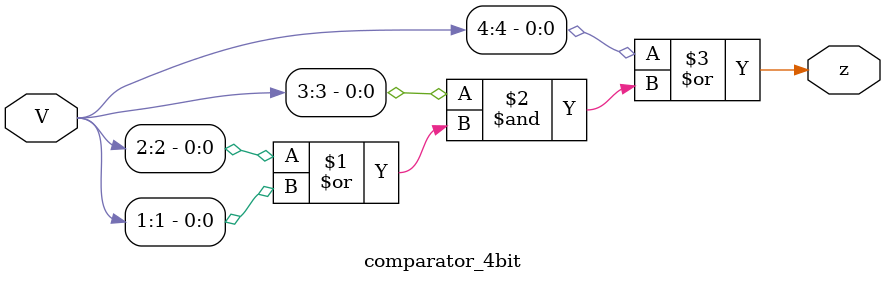
<source format=v>
module L4part4(A,B,cin,HEX6,HEX4,HEX1,HEX0,LEDG, LEDR);
	input [3:0]A,B; //4-bit input
	input cin; //carry-in
	output [0:6] HEX6, HEX4, HEX1, HEX0; //7-segment
	output [8:0] LEDR, LEDG;
	wire [4:0]s; //5-bit output
	wire c1, c2, c3, co; //carry-out
	wire z0,z1; //inspect input is bigger than 9
	
	comparator_3bit C0 (A, z0); // A > 9 : z0 = 1
   comparator_3bit C1 (B, z1); // B > 9 : z1 = 1
	
	assign LEDR[7:4] = A;
	assign LEDR[3:0] = B;
	assign LEDR[8] = cin;
	assign LEDG[7:5] = 0;
	assign LEDG[8] = z0 | z1;
	
	// A(4-bit) + B(4-bit) = S(5-bit)
	FA F1(A[0],B[0],cin,s[0],c1);
	FA F2(A[1],B[1],c1,s[1],c2);
	FA F3(A[2],B[2],c2,s[2],c3);
	FA F4(A[3],B[3],c3,s[3],s[4]);
	
	assign LEDG[4:0] = s[4:0];
	
   wire z;
   wire [3:0] T, M;

   comparator_4bit C2 (s[4:0], z); //if s > 9 : z = 1
   circuitA a (s[3:0], T); // if z = 1 : assign T
	mux m (z,s[3:0],T,M); // if z = 0: M = s[3:0], if z = 1: M = T
	circuitB b(z,HEX1);
	display_7seg h0(M,HEX0);
	display_7seg h1(A,HEX6);
	display_7seg h2(B,HEX4);
	
endmodule

module circuitB (z, HEX);

  input z;
  output [0:6] HEX;

  assign HEX = (z == 1'b0) ? 7'b0000001:7'b1001111;
  
endmodule


module circuitA (V, A);
  input [3:0] V;
  output [3:0] A;

  assign A[0] = V[0];
  assign A[1] = ~V[1];
  assign A[2] = (~V[3] & ~V[1]) | (V[2] & V[1]);
  assign A[3] = (~V[3] & V[1]);
  
endmodule

module mux(z,U,V,M);

 //if z = 0 U z = 1 V
 input z;
 input [3:0]U,V;
 output [3:0]M;
 
// assign M = (z == 1'b0) ? U: V;
 assign M[0] = (z & V[0]) | (~z & U[0]);
 assign M[1] = (z & V[1]) | (~z & U[1]);
 assign M[2] = (z & V[2]) | (~z & U[2]);
 assign M[3] = (z & V[3]) | (~z & U[3]);

endmodule


module display_7seg(sw,HEX);

	input[3:0] sw;
	output [0:6]HEX;
	
	assign HEX = (sw == 4'b0000) ? 7'b0000001: //0
					 (sw == 4'b0001) ? 7'b1001111: //1
					 (sw == 4'b0010) ? 7'b0010010: //2
					 (sw == 4'b0011) ? 7'b0000110: //3
					 (sw == 4'b0100) ? 7'b1001100: //4
					 (sw == 4'b0101) ? 7'b0100100: //5
					 (sw == 4'b0110) ? 7'b0100000: //6
					 (sw == 4'b0111) ? 7'b0001101: //7
					 (sw == 4'b1000) ? 7'b0000000: //8
					 (sw == 4'b1001) ? 7'b0000100: //9
											 7'b1111111;
	
endmodule


module FA(a,b,cin,s,cout);

	input a,b,cin;
	output s,cout;
	
	assign cout = (b & cin) | (a & cin) | (a & b);
	assign s = a ^ b ^ cin;

endmodule

module comparator_3bit (V, z);
  input [3:0] V;
  output z;

  assign z = (V[3] & (V[2] | V[1]));
  
endmodule

module comparator_4bit (V, z);

  input [4:0] V;
  output z;

  assign z = V[4] |(V[3] & (V[2] | V[1]));
  
endmodule




</source>
